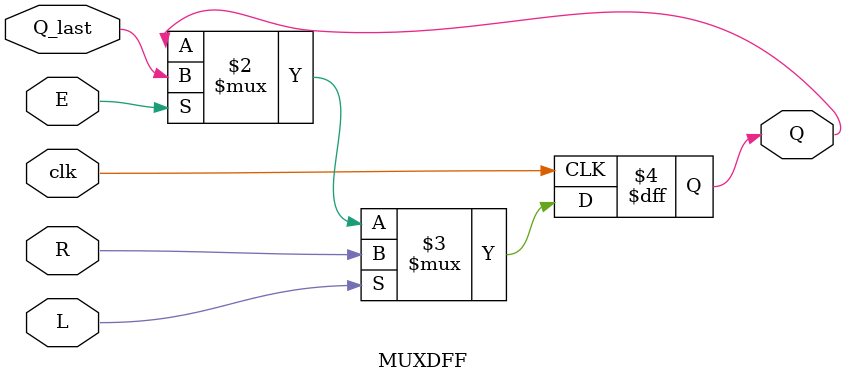
<source format=v>
module top_module (
    input  [3:0] SW,
    input  [3:0] KEY,
    output [3:0] LEDR
);


    MUXDFF u_MUXDFF_00 (
        KEY[0],
        KEY[1],
        KEY[2],
        SW[0],
        LEDR[1],
        LEDR[0]
    );
    MUXDFF u_MUXDFF_01 (
        KEY[0],
        KEY[1],
        KEY[2],
        SW[1],
        LEDR[2],
        LEDR[1]
    );
    MUXDFF u_MUXDFF_02 (
        KEY[0],
        KEY[1],
        KEY[2],
        SW[2],
        LEDR[3],
        LEDR[2]
    );
    MUXDFF u_MUXDFF_03 (
        KEY[0],
        KEY[1],
        KEY[2],
        SW[3],
        KEY[3],
        LEDR[3]
    );

endmodule

module MUXDFF (
    input  clk,
    input  E,
    input  L,
    input  R,
    input  Q_last,
    output Q
);

    always @(posedge clk) begin
        Q <= L ? R : (E ? Q_last : Q);
    end

endmodule

</source>
